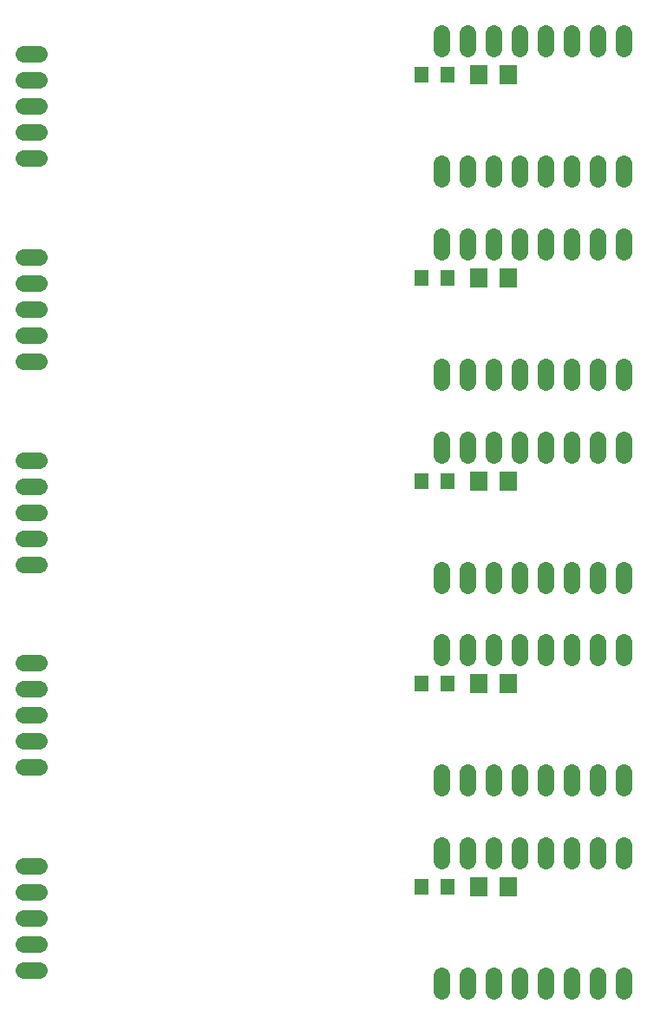
<source format=gbs>
G04 EAGLE Gerber RS-274X export*
G75*
%MOMM*%
%FSLAX34Y34*%
%LPD*%
%INBottom Solder Mask*%
%IPPOS*%
%AMOC8*
5,1,8,0,0,1.08239X$1,22.5*%
G01*
%ADD10C,1.625600*%
%ADD11R,1.701600X1.904600*%
%ADD12R,1.371600X1.625600*%


D10*
X39370Y50800D02*
X24130Y50800D01*
X24130Y76200D02*
X39370Y76200D01*
X39370Y101600D02*
X24130Y101600D01*
X24130Y127000D02*
X39370Y127000D01*
X39370Y152400D02*
X24130Y152400D01*
X431800Y45720D02*
X431800Y30480D01*
X457200Y30480D02*
X457200Y45720D01*
X482600Y45720D02*
X482600Y30480D01*
X508000Y30480D02*
X508000Y45720D01*
X533400Y45720D02*
X533400Y30480D01*
X558800Y30480D02*
X558800Y45720D01*
X584200Y45720D02*
X584200Y30480D01*
X609600Y30480D02*
X609600Y45720D01*
X609600Y157480D02*
X609600Y172720D01*
X584200Y172720D02*
X584200Y157480D01*
X558800Y157480D02*
X558800Y172720D01*
X533400Y172720D02*
X533400Y157480D01*
X508000Y157480D02*
X508000Y172720D01*
X482600Y172720D02*
X482600Y157480D01*
X457200Y157480D02*
X457200Y172720D01*
X431800Y172720D02*
X431800Y157480D01*
D11*
X496820Y132080D03*
X468380Y132080D03*
D12*
X438150Y132080D03*
X412750Y132080D03*
D10*
X39370Y248793D02*
X24130Y248793D01*
X24130Y274193D02*
X39370Y274193D01*
X39370Y299593D02*
X24130Y299593D01*
X24130Y324993D02*
X39370Y324993D01*
X39370Y350393D02*
X24130Y350393D01*
X431800Y243713D02*
X431800Y228473D01*
X457200Y228473D02*
X457200Y243713D01*
X482600Y243713D02*
X482600Y228473D01*
X508000Y228473D02*
X508000Y243713D01*
X533400Y243713D02*
X533400Y228473D01*
X558800Y228473D02*
X558800Y243713D01*
X584200Y243713D02*
X584200Y228473D01*
X609600Y228473D02*
X609600Y243713D01*
X609600Y355473D02*
X609600Y370713D01*
X584200Y370713D02*
X584200Y355473D01*
X558800Y355473D02*
X558800Y370713D01*
X533400Y370713D02*
X533400Y355473D01*
X508000Y355473D02*
X508000Y370713D01*
X482600Y370713D02*
X482600Y355473D01*
X457200Y355473D02*
X457200Y370713D01*
X431800Y370713D02*
X431800Y355473D01*
D11*
X496820Y330073D03*
X468380Y330073D03*
D12*
X438150Y330073D03*
X412750Y330073D03*
D10*
X39370Y446811D02*
X24130Y446811D01*
X24130Y472211D02*
X39370Y472211D01*
X39370Y497611D02*
X24130Y497611D01*
X24130Y523011D02*
X39370Y523011D01*
X39370Y548411D02*
X24130Y548411D01*
X431800Y441731D02*
X431800Y426491D01*
X457200Y426491D02*
X457200Y441731D01*
X482600Y441731D02*
X482600Y426491D01*
X508000Y426491D02*
X508000Y441731D01*
X533400Y441731D02*
X533400Y426491D01*
X558800Y426491D02*
X558800Y441731D01*
X584200Y441731D02*
X584200Y426491D01*
X609600Y426491D02*
X609600Y441731D01*
X609600Y553491D02*
X609600Y568731D01*
X584200Y568731D02*
X584200Y553491D01*
X558800Y553491D02*
X558800Y568731D01*
X533400Y568731D02*
X533400Y553491D01*
X508000Y553491D02*
X508000Y568731D01*
X482600Y568731D02*
X482600Y553491D01*
X457200Y553491D02*
X457200Y568731D01*
X431800Y568731D02*
X431800Y553491D01*
D11*
X496820Y528091D03*
X468380Y528091D03*
D12*
X438150Y528091D03*
X412750Y528091D03*
D10*
X39370Y644804D02*
X24130Y644804D01*
X24130Y670204D02*
X39370Y670204D01*
X39370Y695604D02*
X24130Y695604D01*
X24130Y721004D02*
X39370Y721004D01*
X39370Y746404D02*
X24130Y746404D01*
X431800Y639724D02*
X431800Y624484D01*
X457200Y624484D02*
X457200Y639724D01*
X482600Y639724D02*
X482600Y624484D01*
X508000Y624484D02*
X508000Y639724D01*
X533400Y639724D02*
X533400Y624484D01*
X558800Y624484D02*
X558800Y639724D01*
X584200Y639724D02*
X584200Y624484D01*
X609600Y624484D02*
X609600Y639724D01*
X609600Y751484D02*
X609600Y766724D01*
X584200Y766724D02*
X584200Y751484D01*
X558800Y751484D02*
X558800Y766724D01*
X533400Y766724D02*
X533400Y751484D01*
X508000Y751484D02*
X508000Y766724D01*
X482600Y766724D02*
X482600Y751484D01*
X457200Y751484D02*
X457200Y766724D01*
X431800Y766724D02*
X431800Y751484D01*
D11*
X496820Y726084D03*
X468380Y726084D03*
D12*
X438150Y726084D03*
X412750Y726084D03*
D10*
X39370Y842797D02*
X24130Y842797D01*
X24130Y868197D02*
X39370Y868197D01*
X39370Y893597D02*
X24130Y893597D01*
X24130Y918997D02*
X39370Y918997D01*
X39370Y944397D02*
X24130Y944397D01*
X431800Y837717D02*
X431800Y822477D01*
X457200Y822477D02*
X457200Y837717D01*
X482600Y837717D02*
X482600Y822477D01*
X508000Y822477D02*
X508000Y837717D01*
X533400Y837717D02*
X533400Y822477D01*
X558800Y822477D02*
X558800Y837717D01*
X584200Y837717D02*
X584200Y822477D01*
X609600Y822477D02*
X609600Y837717D01*
X609600Y949477D02*
X609600Y964717D01*
X584200Y964717D02*
X584200Y949477D01*
X558800Y949477D02*
X558800Y964717D01*
X533400Y964717D02*
X533400Y949477D01*
X508000Y949477D02*
X508000Y964717D01*
X482600Y964717D02*
X482600Y949477D01*
X457200Y949477D02*
X457200Y964717D01*
X431800Y964717D02*
X431800Y949477D01*
D11*
X496820Y924077D03*
X468380Y924077D03*
D12*
X438150Y924077D03*
X412750Y924077D03*
M02*

</source>
